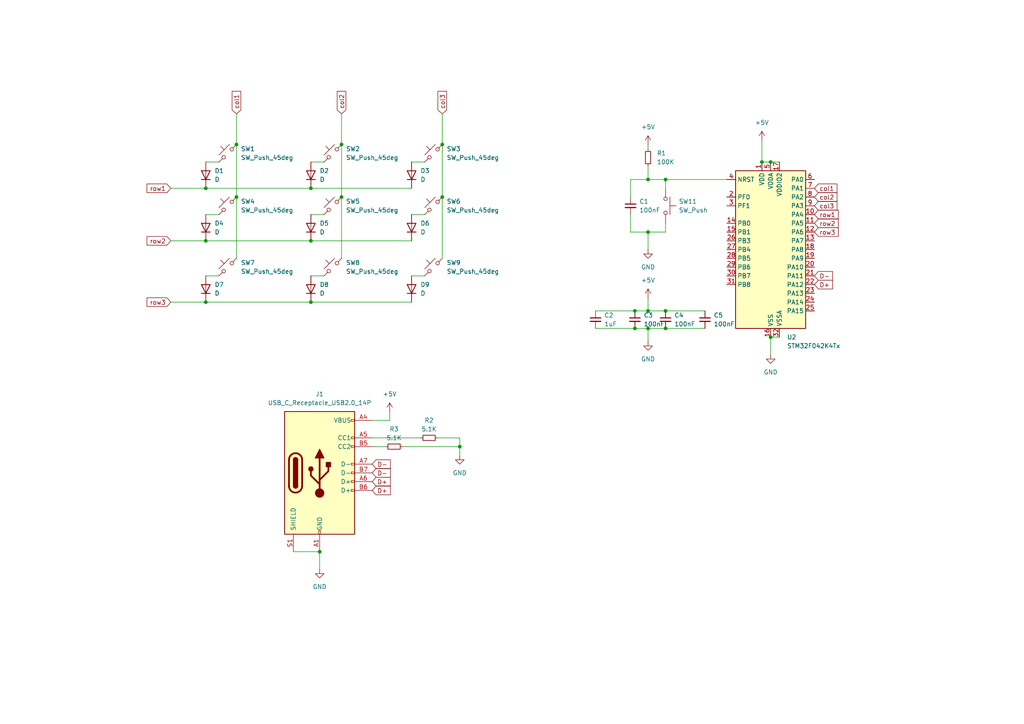
<source format=kicad_sch>
(kicad_sch (version 20231120) (generator "eeschema") (generator_version "8.0")
  (paper "A4")
  (lib_symbols
    (symbol "Connector:USB_C_Receptacle_USB2.0_14P" (pin_names (offset 1.016))
      (property "Reference" "J" (at 0 22.225 0))
      (property "Value" "USB_C_Receptacle_USB2.0_14P" (at 0 19.685 0))
      (symbol "USB_C_Receptacle_USB2.0_14P_0_0"
        (rectangle (start -0.254 -17.78) (end 0.254 -16.764))
        (rectangle (start 10.16 -4.826) (end 9.144 -5.334))
        (rectangle (start 10.16 -2.286) (end 9.144 -2.794))
        (rectangle (start 10.16 0.254) (end 9.144 -0.254))
        (rectangle (start 10.16 2.794) (end 9.144 2.286))
        (rectangle (start 10.16 7.874) (end 9.144 7.366))
        (rectangle (start 10.16 10.414) (end 9.144 9.906))
        (rectangle (start 10.16 15.494) (end 9.144 14.986))
      )
      (symbol "USB_C_Receptacle_USB2.0_14P_0_1"
        (rectangle (start -10.16 17.78) (end 10.16 -17.78) (stroke (width 0.254)) (fill (type background)))
        (arc (start -8.89 -3.81) (mid -6.985 -5.7067) (end -5.08 -3.81) (stroke (width 0.508)))
        (arc (start -7.62 -3.81) (mid -6.985 -4.4423) (end -6.35 -3.81) (stroke (width 0.254)))
        (arc (start -7.62 -3.81) (mid -6.985 -4.4423) (end -6.35 -3.81) (stroke (width 0.254)) (fill (type outline)))
        (rectangle (start -7.62 -3.81) (end -6.35 3.81) (stroke (width 0.254)) (fill (type outline)))
        (arc (start -6.35 3.81) (mid -6.985 4.4423) (end -7.62 3.81) (stroke (width 0.254)))
        (arc (start -6.35 3.81) (mid -6.985 4.4423) (end -7.62 3.81) (stroke (width 0.254)) (fill (type outline)))
        (arc (start -5.08 3.81) (mid -6.985 5.7067) (end -8.89 3.81) (stroke (width 0.508)))
        (circle (center -2.54 1.143) (radius 0.635) (stroke (width 0.254)) (fill (type outline)))
        (circle (center 0 -5.842) (radius 1.27) (fill (type outline)))
        (polyline (pts (xy -8.89 -3.81) (xy -8.89 3.81)) (stroke (width 0.508)))
        (polyline (pts (xy -5.08 3.81) (xy -5.08 -3.81)) (stroke (width 0.508)))
        (polyline (pts (xy 0 -5.842) (xy 0 4.318)) (stroke (width 0.508)))
        (polyline (pts (xy 0 -3.302) (xy -2.54 -0.762) (xy -2.54 0.508)) (stroke (width 0.508)))
        (polyline (pts (xy 0 -2.032) (xy 2.54 0.508) (xy 2.54 1.778)) (stroke (width 0.508)))
        (polyline (pts (xy -1.27 4.318) (xy 0 6.858) (xy 1.27 4.318) (xy -1.27 4.318)) (stroke (width 0.254)) (fill (type outline)))
        (rectangle (start 1.905 1.778) (end 3.175 3.048) (stroke (width 0.254)) (fill (type outline)))
      )
      (symbol "USB_C_Receptacle_USB2.0_14P_1_1"
        (pin passive line (at 0 -22.86 90) (length 5.08) (name "GND") (number "A1"))
        (pin passive line (at 0 -22.86 90) (length 5.08) hide (name "GND") (number "A12"))
        (pin passive line (at 15.24 15.24 180) (length 5.08) (name "VBUS") (number "A4"))
        (pin bidirectional line (at 15.24 10.16 180) (length 5.08) (name "CC1") (number "A5"))
        (pin bidirectional line (at 15.24 -2.54 180) (length 5.08) (name "D+") (number "A6"))
        (pin bidirectional line (at 15.24 2.54 180) (length 5.08) (name "D-") (number "A7"))
        (pin passive line (at 15.24 15.24 180) (length 5.08) hide (name "VBUS") (number "A9"))
        (pin passive line (at 0 -22.86 90) (length 5.08) hide (name "GND") (number "B1"))
        (pin passive line (at 0 -22.86 90) (length 5.08) hide (name "GND") (number "B12"))
        (pin passive line (at 15.24 15.24 180) (length 5.08) hide (name "VBUS") (number "B4"))
        (pin bidirectional line (at 15.24 7.62 180) (length 5.08) (name "CC2") (number "B5"))
        (pin bidirectional line (at 15.24 -5.08 180) (length 5.08) (name "D+") (number "B6"))
        (pin bidirectional line (at 15.24 0 180) (length 5.08) (name "D-") (number "B7"))
        (pin passive line (at 15.24 15.24 180) (length 5.08) hide (name "VBUS") (number "B9"))
        (pin passive line (at -7.62 -22.86 90) (length 5.08) (name "SHIELD") (number "S1"))
      )
    )
    (symbol "Device:C_Small" (pin_numbers hide) (pin_names (offset 0.254) hide)
      (property "Reference" "C" (at 0.254 1.778 0))
      (property "Value" "C_Small" (at 0.254 -2.032 0))
      (symbol "C_Small_0_1"
        (polyline (pts (xy -1.524 -0.508) (xy 1.524 -0.508)) (stroke (width 0.3302)))
        (polyline (pts (xy -1.524 0.508) (xy 1.524 0.508)) (stroke (width 0.3048)))
      )
      (symbol "C_Small_1_1"
        (pin passive line (at 0 2.54 270) (length 2.032) (name "~") (number "1"))
        (pin passive line (at 0 -2.54 90) (length 2.032) (name "~") (number "2"))
      )
    )
    (symbol "Device:D" (pin_numbers hide) (pin_names (offset 1.016) hide)
      (property "Reference" "D" (at 0 2.54 0))
      (property "Value" "D" (at 0 -2.54 0))
      (symbol "D_0_1"
        (polyline (pts (xy -1.27 1.27) (xy -1.27 -1.27)) (stroke (width 0.254)))
        (polyline (pts (xy 1.27 0) (xy -1.27 0)))
        (polyline (pts (xy 1.27 1.27) (xy 1.27 -1.27) (xy -1.27 0) (xy 1.27 1.27)) (stroke (width 0.254)))
      )
      (symbol "D_1_1"
        (pin passive line (at -3.81 0 0) (length 2.54) (name "K") (number "1"))
        (pin passive line (at 3.81 0 180) (length 2.54) (name "A") (number "2"))
      )
    )
    (symbol "Device:R_Small" (pin_numbers hide) (pin_names (offset 0.254) hide)
      (property "Reference" "R" (at 0.762 0.508 0))
      (property "Value" "R_Small" (at 0.762 -1.016 0))
      (symbol "R_Small_0_1"
        (rectangle (start -0.762 1.778) (end 0.762 -1.778) (stroke (width 0.2032)))
      )
      (symbol "R_Small_1_1"
        (pin passive line (at 0 2.54 270) (length 0.762) (name "~") (number "1"))
        (pin passive line (at 0 -2.54 90) (length 0.762) (name "~") (number "2"))
      )
    )
    (symbol "MCU_ST_STM32F0:STM32F042K4Tx"
      (property "Reference" "U" (at -10.16 24.13 0))
      (property "Value" "STM32F042K4Tx" (at 5.08 24.13 0))
      (symbol "STM32F042K4Tx_0_1"
        (rectangle (start -10.16 -22.86) (end 10.16 22.86) (stroke (width 0.254)) (fill (type background)))
      )
      (symbol "STM32F042K4Tx_1_1"
        (pin power_in line (at -2.54 25.4 270) (length 2.54) (name "VDD") (number "1"))
        (pin bidirectional line (at 12.7 10.16 180) (length 2.54) (name "PA4") (number "10"))
        (pin bidirectional line (at 12.7 7.62 180) (length 2.54) (name "PA5") (number "11"))
        (pin bidirectional line (at 12.7 5.08 180) (length 2.54) (name "PA6") (number "12"))
        (pin bidirectional line (at 12.7 2.54 180) (length 2.54) (name "PA7") (number "13"))
        (pin bidirectional line (at -12.7 7.62 0) (length 2.54) (name "PB0") (number "14"))
        (pin bidirectional line (at -12.7 5.08 0) (length 2.54) (name "PB1") (number "15"))
        (pin power_in line (at 0 -25.4 90) (length 2.54) (name "VSS") (number "16"))
        (pin power_in line (at 2.54 25.4 270) (length 2.54) (name "VDDIO2") (number "17"))
        (pin bidirectional line (at 12.7 0 180) (length 2.54) (name "PA8") (number "18"))
        (pin bidirectional line (at 12.7 -2.54 180) (length 2.54) (name "PA9") (number "19"))
        (pin bidirectional line (at -12.7 15.24 0) (length 2.54) (name "PF0") (number "2"))
        (pin bidirectional line (at 12.7 -5.08 180) (length 2.54) (name "PA10") (number "20"))
        (pin bidirectional line (at 12.7 -7.62 180) (length 2.54) (name "PA11") (number "21"))
        (pin bidirectional line (at 12.7 -10.16 180) (length 2.54) (name "PA12") (number "22"))
        (pin bidirectional line (at 12.7 -12.7 180) (length 2.54) (name "PA13") (number "23"))
        (pin bidirectional line (at 12.7 -15.24 180) (length 2.54) (name "PA14") (number "24"))
        (pin bidirectional line (at 12.7 -17.78 180) (length 2.54) (name "PA15") (number "25"))
        (pin bidirectional line (at -12.7 2.54 0) (length 2.54) (name "PB3") (number "26"))
        (pin bidirectional line (at -12.7 0 0) (length 2.54) (name "PB4") (number "27"))
        (pin bidirectional line (at -12.7 -2.54 0) (length 2.54) (name "PB5") (number "28"))
        (pin bidirectional line (at -12.7 -5.08 0) (length 2.54) (name "PB6") (number "29"))
        (pin bidirectional line (at -12.7 12.7 0) (length 2.54) (name "PF1") (number "3"))
        (pin bidirectional line (at -12.7 -7.62 0) (length 2.54) (name "PB7") (number "30"))
        (pin bidirectional line (at -12.7 -10.16 0) (length 2.54) (name "PB8") (number "31"))
        (pin power_in line (at 2.54 -25.4 90) (length 2.54) (name "VSSA") (number "32"))
        (pin input line (at -12.7 20.32 0) (length 2.54) (name "NRST") (number "4"))
        (pin power_in line (at 0 25.4 270) (length 2.54) (name "VDDA") (number "5"))
        (pin bidirectional line (at 12.7 20.32 180) (length 2.54) (name "PA0") (number "6"))
        (pin bidirectional line (at 12.7 17.78 180) (length 2.54) (name "PA1") (number "7"))
        (pin bidirectional line (at 12.7 15.24 180) (length 2.54) (name "PA2") (number "8"))
        (pin bidirectional line (at 12.7 12.7 180) (length 2.54) (name "PA3") (number "9"))
      )
    )
    (symbol "Switch:SW_Push" (pin_numbers hide) (pin_names (offset 1.016) hide)
      (property "Reference" "SW" (at 1.27 2.54 0))
      (property "Value" "SW_Push" (at 0 -1.524 0))
      (symbol "SW_Push_0_1"
        (circle (center -2.032 0) (radius 0.508))
        (polyline (pts (xy 0 1.27) (xy 0 3.048)))
        (polyline (pts (xy 2.54 1.27) (xy -2.54 1.27)))
        (circle (center 2.032 0) (radius 0.508))
        (pin passive line (at -5.08 0 0) (length 2.54) (name "1") (number "1"))
        (pin passive line (at 5.08 0 180) (length 2.54) (name "2") (number "2"))
      )
    )
    (symbol "Switch:SW_Push_45deg" (pin_numbers hide) (pin_names (offset 1.016) hide)
      (property "Reference" "SW" (at 3.048 1.016 0))
      (property "Value" "SW_Push_45deg" (at 0 -3.81 0))
      (symbol "SW_Push_45deg_0_1"
        (circle (center -1.1684 1.1684) (radius 0.508))
        (polyline (pts (xy -0.508 2.54) (xy 2.54 -0.508)))
        (polyline (pts (xy 1.016 1.016) (xy 2.032 2.032)))
        (polyline (pts (xy -2.54 2.54) (xy -1.524 1.524) (xy -1.524 1.524)))
        (polyline (pts (xy 1.524 -1.524) (xy 2.54 -2.54) (xy 2.54 -2.54) (xy 2.54 -2.54)))
        (circle (center 1.143 -1.1938) (radius 0.508))
        (pin passive line (at -2.54 2.54 0) (length 0) (name "1") (number "1"))
        (pin passive line (at 2.54 -2.54 180) (length 0) (name "2") (number "2"))
      )
    )
    (symbol "power:+5V" (power) (pin_numbers hide) (pin_names (offset 0) hide)
      (property "Value" "+5V" (at 0 3.556 0))
      (symbol "+5V_0_1"
        (polyline (pts (xy -0.762 1.27) (xy 0 2.54)))
        (polyline (pts (xy 0 0) (xy 0 2.54)))
        (polyline (pts (xy 0 2.54) (xy 0.762 1.27)))
      )
      (symbol "+5V_1_1"
        (pin power_in line (at 0 0 90) (length 0) (name "~") (number "1"))
      )
    )
    (symbol "power:GND" (power) (pin_numbers hide) (pin_names (offset 0) hide)
      (property "Value" "GND" (at 0 -3.81 0))
      (symbol "GND_0_1"
        (polyline (pts (xy 0 0) (xy 0 -1.27) (xy 1.27 -1.27) (xy 0 -2.54) (xy -1.27 -1.27) (xy 0 -1.27)))
      )
      (symbol "GND_1_1"
        (pin power_in line (at 0 0 270) (length 0) (name "~") (number "1"))
      )
    )
  )
  (junction (at 68.58 41.91))
  (junction (at 193.04 90.17))
  (junction (at 223.52 46.99))
  (junction (at 193.04 95.25))
  (junction (at 59.69 54.61))
  (junction (at 193.04 52.07))
  (junction (at 187.96 52.07))
  (junction (at 223.52 97.79))
  (junction (at 90.17 54.61))
  (junction (at 90.17 87.63))
  (junction (at 187.96 90.17))
  (junction (at 92.71 160.02))
  (junction (at 187.96 67.31))
  (junction (at 184.15 95.25))
  (junction (at 187.96 95.25))
  (junction (at 128.27 41.91))
  (junction (at 99.06 41.91))
  (junction (at 59.69 69.85))
  (junction (at 220.98 46.99))
  (junction (at 99.06 57.15))
  (junction (at 133.35 129.54))
  (junction (at 90.17 69.85))
  (junction (at 59.69 87.63))
  (junction (at 184.15 90.17))
  (junction (at 68.58 57.15))
  (junction (at 128.27 57.15))
  (wire (pts (xy 90.17 46.99) (xy 93.98 46.99)))
  (wire (pts (xy 187.96 48.26) (xy 187.96 52.07)))
  (wire (pts (xy 223.52 46.99) (xy 226.06 46.99)))
  (wire (pts (xy 193.04 90.17) (xy 204.47 90.17)))
  (wire (pts (xy 182.88 62.23) (xy 182.88 67.31)))
  (wire (pts (xy 193.04 52.07) (xy 210.82 52.07)))
  (wire (pts (xy 172.72 95.25) (xy 184.15 95.25)))
  (wire (pts (xy 187.96 90.17) (xy 193.04 90.17)))
  (wire (pts (xy 220.98 46.99) (xy 223.52 46.99)))
  (wire (pts (xy 187.96 52.07) (xy 182.88 52.07)))
  (wire (pts (xy 184.15 90.17) (xy 187.96 90.17)))
  (wire (pts (xy 90.17 87.63) (xy 119.38 87.63)))
  (wire (pts (xy 187.96 95.25) (xy 187.96 99.06)))
  (wire (pts (xy 128.27 33.02) (xy 128.27 41.91)))
  (wire (pts (xy 119.38 46.99) (xy 123.19 46.99)))
  (wire (pts (xy 90.17 62.23) (xy 93.98 62.23)))
  (wire (pts (xy 223.52 97.79) (xy 226.06 97.79)))
  (wire (pts (xy 90.17 80.01) (xy 93.98 80.01)))
  (wire (pts (xy 107.95 129.54) (xy 111.76 129.54)))
  (wire (pts (xy 59.69 87.63) (xy 90.17 87.63)))
  (wire (pts (xy 187.96 41.91) (xy 187.96 43.18)))
  (wire (pts (xy 99.06 57.15) (xy 99.06 74.93)))
  (wire (pts (xy 127 127) (xy 133.35 127)))
  (wire (pts (xy 99.06 33.02) (xy 99.06 41.91)))
  (wire (pts (xy 193.04 95.25) (xy 204.47 95.25)))
  (wire (pts (xy 133.35 129.54) (xy 133.35 132.08)))
  (wire (pts (xy 187.96 67.31) (xy 187.96 72.39)))
  (wire (pts (xy 121.92 127) (xy 107.95 127)))
  (wire (pts (xy 128.27 57.15) (xy 128.27 74.93)))
  (wire (pts (xy 59.69 46.99) (xy 63.5 46.99)))
  (wire (pts (xy 172.72 90.17) (xy 184.15 90.17)))
  (wire (pts (xy 193.04 52.07) (xy 193.04 54.61)))
  (wire (pts (xy 113.03 121.92) (xy 107.95 121.92)))
  (wire (pts (xy 223.52 97.79) (xy 223.52 102.87)))
  (wire (pts (xy 59.69 80.01) (xy 63.5 80.01)))
  (wire (pts (xy 68.58 33.02) (xy 68.58 41.91)))
  (wire (pts (xy 68.58 57.15) (xy 68.58 74.93)))
  (wire (pts (xy 90.17 54.61) (xy 119.38 54.61)))
  (wire (pts (xy 49.53 69.85) (xy 59.69 69.85)))
  (wire (pts (xy 128.27 41.91) (xy 128.27 57.15)))
  (wire (pts (xy 68.58 41.91) (xy 68.58 57.15)))
  (wire (pts (xy 187.96 52.07) (xy 193.04 52.07)))
  (wire (pts (xy 59.69 69.85) (xy 90.17 69.85)))
  (wire (pts (xy 182.88 52.07) (xy 182.88 57.15)))
  (wire (pts (xy 99.06 41.91) (xy 99.06 57.15)))
  (wire (pts (xy 85.09 160.02) (xy 92.71 160.02)))
  (wire (pts (xy 187.96 86.36) (xy 187.96 90.17)))
  (wire (pts (xy 119.38 62.23) (xy 123.19 62.23)))
  (wire (pts (xy 113.03 119.38) (xy 113.03 121.92)))
  (wire (pts (xy 49.53 54.61) (xy 59.69 54.61)))
  (wire (pts (xy 193.04 67.31) (xy 193.04 64.77)))
  (wire (pts (xy 59.69 54.61) (xy 90.17 54.61)))
  (wire (pts (xy 182.88 67.31) (xy 187.96 67.31)))
  (wire (pts (xy 92.71 165.1) (xy 92.71 160.02)))
  (wire (pts (xy 59.69 62.23) (xy 63.5 62.23)))
  (wire (pts (xy 187.96 67.31) (xy 193.04 67.31)))
  (wire (pts (xy 133.35 127) (xy 133.35 129.54)))
  (wire (pts (xy 187.96 95.25) (xy 193.04 95.25)))
  (wire (pts (xy 119.38 80.01) (xy 123.19 80.01)))
  (wire (pts (xy 116.84 129.54) (xy 133.35 129.54)))
  (wire (pts (xy 49.53 87.63) (xy 59.69 87.63)))
  (wire (pts (xy 220.98 40.64) (xy 220.98 46.99)))
  (wire (pts (xy 90.17 69.85) (xy 119.38 69.85)))
  (wire (pts (xy 184.15 95.25) (xy 187.96 95.25)))
  (global_label "row3" (shape input) (at 236.22 67.31 0) (property "Intersheetrefs" "${INTERSHEET_REFS}" (effects (hide yes))))
  (global_label "D-" (shape input) (at 107.95 137.16 0) (property "Intersheetrefs" "${INTERSHEET_REFS}" (effects (hide yes))))
  (global_label "row2" (shape input) (at 49.53 69.85 180) (property "Intersheetrefs" "${INTERSHEET_REFS}" (effects (hide yes))))
  (global_label "D+" (shape input) (at 107.95 142.24 0) (property "Intersheetrefs" "${INTERSHEET_REFS}" (effects (hide yes))))
  (global_label "row1" (shape input) (at 49.53 54.61 180) (property "Intersheetrefs" "${INTERSHEET_REFS}" (effects (hide yes))))
  (global_label "col1" (shape input) (at 68.58 33.02 90) (property "Intersheetrefs" "${INTERSHEET_REFS}" (effects (hide yes))))
  (global_label "col3" (shape input) (at 236.22 59.69 0) (property "Intersheetrefs" "${INTERSHEET_REFS}" (effects (hide yes))))
  (global_label "row2" (shape input) (at 236.22 64.77 0) (property "Intersheetrefs" "${INTERSHEET_REFS}" (effects (hide yes))))
  (global_label "col2" (shape input) (at 236.22 57.15 0) (property "Intersheetrefs" "${INTERSHEET_REFS}" (effects (hide yes))))
  (global_label "D-" (shape input) (at 236.22 80.01 0) (property "Intersheetrefs" "${INTERSHEET_REFS}" (effects (hide yes))))
  (global_label "D+" (shape input) (at 236.22 82.55 0) (property "Intersheetrefs" "${INTERSHEET_REFS}" (effects (hide yes))))
  (global_label "col1" (shape input) (at 236.22 54.61 0) (property "Intersheetrefs" "${INTERSHEET_REFS}" (effects (hide yes))))
  (global_label "row1" (shape input) (at 236.22 62.23 0) (property "Intersheetrefs" "${INTERSHEET_REFS}" (effects (hide yes))))
  (global_label "D-" (shape input) (at 107.95 134.62 0) (property "Intersheetrefs" "${INTERSHEET_REFS}" (effects (hide yes))))
  (global_label "row3" (shape input) (at 49.53 87.63 180) (property "Intersheetrefs" "${INTERSHEET_REFS}" (effects (hide yes))))
  (global_label "D+" (shape input) (at 107.95 139.7 0) (property "Intersheetrefs" "${INTERSHEET_REFS}" (effects (hide yes))))
  (global_label "col3" (shape input) (at 128.27 33.02 90) (property "Intersheetrefs" "${INTERSHEET_REFS}" (effects (hide yes))))
  (global_label "col2" (shape input) (at 99.06 33.02 90) (property "Intersheetrefs" "${INTERSHEET_REFS}" (effects (hide yes))))
  (symbol (lib_id "Switch:SW_Push_45deg") (at 66.04 59.69 90) (unit 1)
    (property "Reference" "SW4" (at 69.85 58.4199 90) (effects (justify right)))
    (property "Value" "SW_Push_45deg" (at 69.85 60.9599 90) (effects (justify right)))
    (property "Footprint" "PCM_marbastlib-mx:SW_MX_1u" (effects (hide yes)))
    (property "Description" "Push button switch, normally open, two pins, 45° tilted" (effects (hide yes)))
  )
  (symbol (lib_id "Device:D") (at 90.17 66.04 90) (unit 1)
    (property "Reference" "D5" (at 92.71 64.7699 90) (effects (justify right)))
    (property "Value" "D" (at 92.71 67.3099 90) (effects (justify right)))
    (property "Footprint" "Diode_SMD:D_SOD-323_HandSoldering" (effects (hide yes)))
    (property "Description" "Diode" (effects (hide yes)))
    (property "Sim.Device" "D" (effects (hide yes)))
    (property "Sim.Pins" "1=K 2=A" (effects (hide yes)))
  )
  (symbol (lib_id "Switch:SW_Push") (at 193.04 59.69 270) (unit 1)
    (property "Reference" "SW11" (at 196.85 58.4199 90) (effects (justify left)))
    (property "Value" "SW_Push" (at 196.85 60.9599 90) (effects (justify left)))
    (property "Description" "Push button switch, generic, two pins" (effects (hide yes)))
  )
  (symbol (lib_id "Device:D") (at 119.38 83.82 90) (unit 1)
    (property "Reference" "D9" (at 121.92 82.5499 90) (effects (justify right)))
    (property "Value" "D" (at 121.92 85.0899 90) (effects (justify right)))
    (property "Footprint" "Diode_SMD:D_SOD-323_HandSoldering" (effects (hide yes)))
    (property "Description" "Diode" (effects (hide yes)))
    (property "Sim.Device" "D" (effects (hide yes)))
    (property "Sim.Pins" "1=K 2=A" (effects (hide yes)))
  )
  (symbol (lib_id "Device:C_Small") (at 182.88 59.69 0) (unit 1)
    (property "Reference" "C1" (at 185.42 58.4262 0) (effects (justify left)))
    (property "Value" "100nF" (at 185.42 60.9662 0) (effects (justify left)))
    (property "Description" "Unpolarized capacitor, small symbol" (effects (hide yes)))
  )
  (symbol (lib_id "power:GND") (at 133.35 132.08 0) (unit 1)
    (property "Reference" "#PWR09" (effects (hide yes)))
    (property "Value" "GND" (at 133.35 137.16 0))
    (property "Description" "Power symbol creates a global label with name \"GND\" , ground" (effects (hide yes)))
  )
  (symbol (lib_id "power:GND") (at 92.71 165.1 0) (unit 1)
    (property "Reference" "#PWR07" (effects (hide yes)))
    (property "Value" "GND" (at 92.71 170.18 0))
    (property "Description" "Power symbol creates a global label with name \"GND\" , ground" (effects (hide yes)))
  )
  (symbol (lib_id "power:GND") (at 187.96 72.39 0) (unit 1)
    (property "Reference" "#PWR04" (effects (hide yes)))
    (property "Value" "GND" (at 187.96 77.47 0))
    (property "Description" "Power symbol creates a global label with name \"GND\" , ground" (effects (hide yes)))
  )
  (symbol (lib_id "Device:C_Small") (at 184.15 92.71 0) (unit 1)
    (property "Reference" "C3" (at 186.69 91.4462 0) (effects (justify left)))
    (property "Value" "100nF" (at 186.69 93.9862 0) (effects (justify left)))
    (property "Description" "Unpolarized capacitor, small symbol" (effects (hide yes)))
  )
  (symbol (lib_id "Switch:SW_Push_45deg") (at 96.52 59.69 90) (unit 1)
    (property "Reference" "SW5" (at 100.33 58.4199 90) (effects (justify right)))
    (property "Value" "SW_Push_45deg" (at 100.33 60.9599 90) (effects (justify right)))
    (property "Footprint" "PCM_marbastlib-mx:SW_MX_1u" (effects (hide yes)))
    (property "Description" "Push button switch, normally open, two pins, 45° tilted" (effects (hide yes)))
  )
  (symbol (lib_id "Switch:SW_Push_45deg") (at 125.73 77.47 90) (unit 1)
    (property "Reference" "SW9" (at 129.54 76.1999 90) (effects (justify right)))
    (property "Value" "SW_Push_45deg" (at 129.54 78.7399 90) (effects (justify right)))
    (property "Footprint" "PCM_marbastlib-mx:SW_MX_1u" (effects (hide yes)))
    (property "Description" "Push button switch, normally open, two pins, 45° tilted" (effects (hide yes)))
  )
  (symbol (lib_id "Device:R_Small") (at 124.46 127 90) (unit 1)
    (property "Reference" "R2" (at 124.46 121.92 90))
    (property "Value" "5.1K" (at 124.46 124.46 90))
    (property "Description" "Resistor, small symbol" (effects (hide yes)))
  )
  (symbol (lib_id "Device:D") (at 59.69 50.8 90) (unit 1)
    (property "Reference" "D1" (at 62.23 49.5299 90) (effects (justify right)))
    (property "Value" "D" (at 62.23 52.0699 90) (effects (justify right)))
    (property "Footprint" "Diode_SMD:D_SOD-323_HandSoldering" (effects (hide yes)))
    (property "Description" "Diode" (effects (hide yes)))
    (property "Sim.Device" "D" (effects (hide yes)))
    (property "Sim.Pins" "1=K 2=A" (effects (hide yes)))
  )
  (symbol (lib_id "Switch:SW_Push_45deg") (at 96.52 77.47 90) (unit 1)
    (property "Reference" "SW8" (at 100.33 76.1999 90) (effects (justify right)))
    (property "Value" "SW_Push_45deg" (at 100.33 78.7399 90) (effects (justify right)))
    (property "Footprint" "PCM_marbastlib-mx:SW_MX_1u" (effects (hide yes)))
    (property "Description" "Push button switch, normally open, two pins, 45° tilted" (effects (hide yes)))
  )
  (symbol (lib_id "Device:C_Small") (at 193.04 92.71 0) (unit 1)
    (property "Reference" "C4" (at 195.58 91.4462 0) (effects (justify left)))
    (property "Value" "100nF" (at 195.58 93.9862 0) (effects (justify left)))
    (property "Description" "Unpolarized capacitor, small symbol" (effects (hide yes)))
  )
  (symbol (lib_id "Switch:SW_Push_45deg") (at 66.04 77.47 90) (unit 1)
    (property "Reference" "SW7" (at 69.85 76.1999 90) (effects (justify right)))
    (property "Value" "SW_Push_45deg" (at 69.85 78.7399 90) (effects (justify right)))
    (property "Footprint" "PCM_marbastlib-mx:SW_MX_1u" (effects (hide yes)))
    (property "Description" "Push button switch, normally open, two pins, 45° tilted" (effects (hide yes)))
  )
  (symbol (lib_id "power:GND") (at 187.96 99.06 0) (unit 1)
    (property "Reference" "#PWR06" (effects (hide yes)))
    (property "Value" "GND" (at 187.96 104.14 0))
    (property "Description" "Power symbol creates a global label with name \"GND\" , ground" (effects (hide yes)))
  )
  (symbol (lib_id "Device:D") (at 119.38 66.04 90) (unit 1)
    (property "Reference" "D6" (at 121.92 64.7699 90) (effects (justify right)))
    (property "Value" "D" (at 121.92 67.3099 90) (effects (justify right)))
    (property "Footprint" "Diode_SMD:D_SOD-323_HandSoldering" (effects (hide yes)))
    (property "Description" "Diode" (effects (hide yes)))
    (property "Sim.Device" "D" (effects (hide yes)))
    (property "Sim.Pins" "1=K 2=A" (effects (hide yes)))
  )
  (symbol (lib_id "Device:D") (at 90.17 50.8 90) (unit 1)
    (property "Reference" "D2" (at 92.71 49.5299 90) (effects (justify right)))
    (property "Value" "D" (at 92.71 52.0699 90) (effects (justify right)))
    (property "Footprint" "Diode_SMD:D_SOD-323_HandSoldering" (effects (hide yes)))
    (property "Description" "Diode" (effects (hide yes)))
    (property "Sim.Device" "D" (effects (hide yes)))
    (property "Sim.Pins" "1=K 2=A" (effects (hide yes)))
  )
  (symbol (lib_id "power:+5V") (at 113.03 119.38 0) (unit 1)
    (property "Reference" "#PWR08" (effects (hide yes)))
    (property "Value" "+5V" (at 113.03 114.3 0))
    (property "Description" "Power symbol creates a global label with name \"+5V\"" (effects (hide yes)))
  )
  (symbol (lib_id "Device:C_Small") (at 204.47 92.71 0) (unit 1)
    (property "Reference" "C5" (at 207.01 91.4462 0) (effects (justify left)))
    (property "Value" "100nF" (at 207.01 93.9862 0) (effects (justify left)))
    (property "Description" "Unpolarized capacitor, small symbol" (effects (hide yes)))
  )
  (symbol (lib_id "Switch:SW_Push_45deg") (at 96.52 44.45 90) (unit 1)
    (property "Reference" "SW2" (at 100.33 43.1799 90) (effects (justify right)))
    (property "Value" "SW_Push_45deg" (at 100.33 45.7199 90) (effects (justify right)))
    (property "Footprint" "PCM_marbastlib-mx:SW_MX_1u" (effects (hide yes)))
    (property "Description" "Push button switch, normally open, two pins, 45° tilted" (effects (hide yes)))
  )
  (symbol (lib_id "Device:C_Small") (at 172.72 92.71 0) (unit 1)
    (property "Reference" "C2" (at 175.26 91.4462 0) (effects (justify left)))
    (property "Value" "1uF" (at 175.26 93.9862 0) (effects (justify left)))
    (property "Description" "Unpolarized capacitor, small symbol" (effects (hide yes)))
  )
  (symbol (lib_id "power:+5V") (at 187.96 41.91 0) (unit 1)
    (property "Reference" "#PWR03" (effects (hide yes)))
    (property "Value" "+5V" (at 187.96 36.83 0))
    (property "Description" "Power symbol creates a global label with name \"+5V\"" (effects (hide yes)))
  )
  (symbol (lib_id "Switch:SW_Push_45deg") (at 66.04 44.45 90) (unit 1)
    (property "Reference" "SW1" (at 69.85 43.1799 90) (effects (justify right)))
    (property "Value" "SW_Push_45deg" (at 69.85 45.7199 90) (effects (justify right)))
    (property "Footprint" "PCM_marbastlib-mx:SW_MX_1u" (effects (hide yes)))
    (property "Description" "Push button switch, normally open, two pins, 45° tilted" (effects (hide yes)))
  )
  (symbol (lib_id "Switch:SW_Push_45deg") (at 125.73 59.69 90) (unit 1)
    (property "Reference" "SW6" (at 129.54 58.4199 90) (effects (justify right)))
    (property "Value" "SW_Push_45deg" (at 129.54 60.9599 90) (effects (justify right)))
    (property "Footprint" "PCM_marbastlib-mx:SW_MX_1u" (effects (hide yes)))
    (property "Description" "Push button switch, normally open, two pins, 45° tilted" (effects (hide yes)))
  )
  (symbol (lib_id "Device:D") (at 59.69 83.82 90) (unit 1)
    (property "Reference" "D7" (at 62.23 82.5499 90) (effects (justify right)))
    (property "Value" "D" (at 62.23 85.0899 90) (effects (justify right)))
    (property "Footprint" "Diode_SMD:D_SOD-323_HandSoldering" (effects (hide yes)))
    (property "Description" "Diode" (effects (hide yes)))
    (property "Sim.Device" "D" (effects (hide yes)))
    (property "Sim.Pins" "1=K 2=A" (effects (hide yes)))
  )
  (symbol (lib_id "MCU_ST_STM32F0:STM32F042K4Tx") (at 223.52 72.39 0) (unit 1)
    (property "Reference" "U2" (at 228.2541 97.79 0) (effects (justify left)))
    (property "Value" "STM32F042K4Tx" (at 228.2541 100.33 0) (effects (justify left)))
    (property "Footprint" "Package_QFP:LQFP-32_7x7mm_P0.8mm" (effects (hide yes)))
    (property "Datasheet" "https://www.st.com/resource/en/datasheet/stm32f042k4.pdf" (effects (hide yes)))
  )
  (symbol (lib_id "Device:D") (at 119.38 50.8 90) (unit 1)
    (property "Reference" "D3" (at 121.92 49.5299 90) (effects (justify right)))
    (property "Value" "D" (at 121.92 52.0699 90) (effects (justify right)))
    (property "Footprint" "Diode_SMD:D_SOD-323_HandSoldering" (effects (hide yes)))
    (property "Description" "Diode" (effects (hide yes)))
    (property "Sim.Device" "D" (effects (hide yes)))
    (property "Sim.Pins" "1=K 2=A" (effects (hide yes)))
  )
  (symbol (lib_id "Device:R_Small") (at 187.96 45.72 0) (unit 1)
    (property "Reference" "R1" (at 190.5 44.4499 0) (effects (justify left)))
    (property "Value" "100K" (at 190.5 46.9899 0) (effects (justify left)))
    (property "Description" "Resistor, small symbol" (effects (hide yes)))
  )
  (symbol (lib_id "power:GND") (at 223.52 102.87 0) (unit 1)
    (property "Reference" "#PWR02" (effects (hide yes)))
    (property "Value" "GND" (at 223.52 107.95 0))
    (property "Description" "Power symbol creates a global label with name \"GND\" , ground" (effects (hide yes)))
  )
  (symbol (lib_id "power:+5V") (at 220.98 40.64 0) (unit 1)
    (property "Reference" "#PWR01" (effects (hide yes)))
    (property "Value" "+5V" (at 220.98 35.56 0))
    (property "Description" "Power symbol creates a global label with name \"+5V\"" (effects (hide yes)))
  )
  (symbol (lib_id "Connector:USB_C_Receptacle_USB2.0_14P") (at 92.71 137.16 0) (unit 1)
    (property "Reference" "J1" (at 92.71 114.3 0))
    (property "Value" "USB_C_Receptacle_USB2.0_14P" (at 92.71 116.84 0))
    (property "Footprint" "Connector_USB:USB_C_Receptacle_GCT_USB4105-xx-A_16P_TopMnt_Horizontal" (effects (hide yes)))
    (property "Datasheet" "https://www.usb.org/sites/default/files/documents/usb_type-c.zip" (effects (hide yes)))
    (property "Description" "USB 2.0-only 14P Type-C Receptacle connector" (effects (hide yes)))
  )
  (symbol (lib_id "power:+5V") (at 187.96 86.36 0) (unit 1)
    (property "Reference" "#PWR05" (effects (hide yes)))
    (property "Value" "+5V" (at 187.96 81.28 0))
    (property "Description" "Power symbol creates a global label with name \"+5V\"" (effects (hide yes)))
  )
  (symbol (lib_id "Device:D") (at 59.69 66.04 90) (unit 1)
    (property "Reference" "D4" (at 62.23 64.7699 90) (effects (justify right)))
    (property "Value" "D" (at 62.23 67.3099 90) (effects (justify right)))
    (property "Footprint" "Diode_SMD:D_SOD-323_HandSoldering" (effects (hide yes)))
    (property "Description" "Diode" (effects (hide yes)))
    (property "Sim.Device" "D" (effects (hide yes)))
    (property "Sim.Pins" "1=K 2=A" (effects (hide yes)))
  )
  (symbol (lib_id "Switch:SW_Push_45deg") (at 125.73 44.45 90) (unit 1)
    (property "Reference" "SW3" (at 129.54 43.1799 90) (effects (justify right)))
    (property "Value" "SW_Push_45deg" (at 129.54 45.7199 90) (effects (justify right)))
    (property "Footprint" "PCM_marbastlib-mx:SW_MX_1u" (effects (hide yes)))
    (property "Description" "Push button switch, normally open, two pins, 45° tilted" (effects (hide yes)))
  )
  (symbol (lib_id "Device:R_Small") (at 114.3 129.54 90) (unit 1)
    (property "Reference" "R3" (at 114.3 124.46 90))
    (property "Value" "5.1K" (at 114.3 127 90))
    (property "Description" "Resistor, small symbol" (effects (hide yes)))
  )
  (symbol (lib_id "Device:D") (at 90.17 83.82 90) (unit 1)
    (property "Reference" "D8" (at 92.71 82.5499 90) (effects (justify right)))
    (property "Value" "D" (at 92.71 85.0899 90) (effects (justify right)))
    (property "Footprint" "Diode_SMD:D_SOD-323_HandSoldering" (effects (hide yes)))
    (property "Description" "Diode" (effects (hide yes)))
    (property "Sim.Device" "D" (effects (hide yes)))
    (property "Sim.Pins" "1=K 2=A" (effects (hide yes)))
  )
)
</source>
